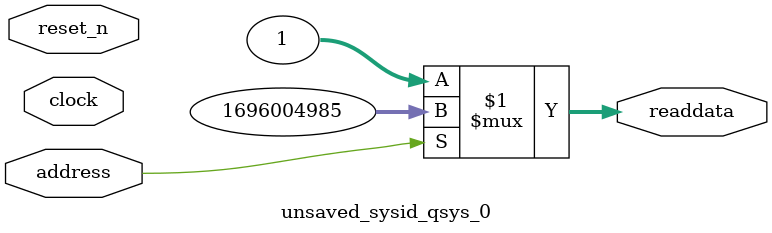
<source format=v>



// synthesis translate_off
`timescale 1ns / 1ps
// synthesis translate_on

// turn off superfluous verilog processor warnings 
// altera message_level Level1 
// altera message_off 10034 10035 10036 10037 10230 10240 10030 

module unsaved_sysid_qsys_0 (
               // inputs:
                address,
                clock,
                reset_n,

               // outputs:
                readdata
             )
;

  output  [ 31: 0] readdata;
  input            address;
  input            clock;
  input            reset_n;

  wire    [ 31: 0] readdata;
  //control_slave, which is an e_avalon_slave
  assign readdata = address ? 1696004985 : 1;

endmodule



</source>
